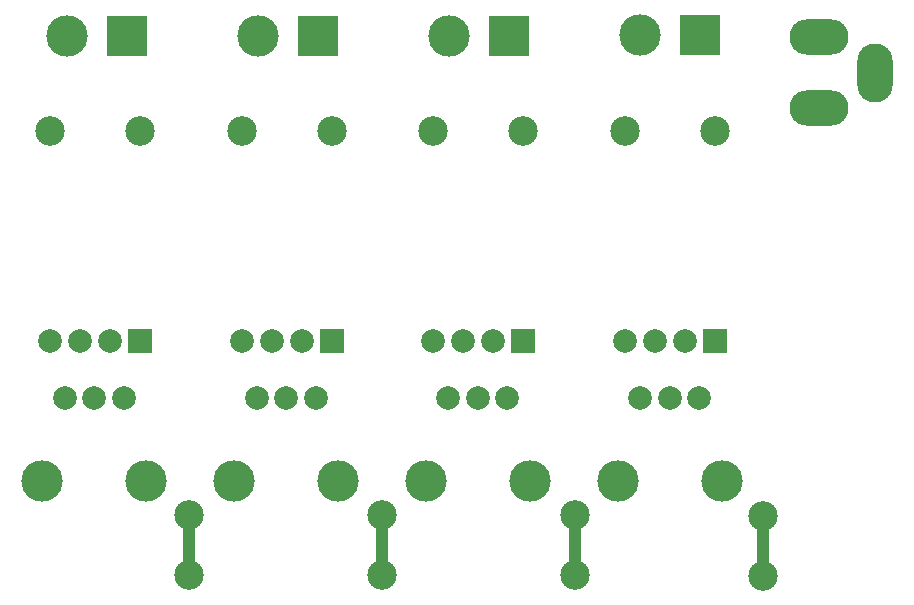
<source format=gbr>
%TF.GenerationSoftware,KiCad,Pcbnew,(5.1.4)-1*%
%TF.CreationDate,2022-10-13T23:08:16+01:00*%
%TF.ProjectId,LED_Quad,4c45445f-5175-4616-942e-6b696361645f,rev?*%
%TF.SameCoordinates,Original*%
%TF.FileFunction,Copper,L2,Bot*%
%TF.FilePolarity,Positive*%
%FSLAX46Y46*%
G04 Gerber Fmt 4.6, Leading zero omitted, Abs format (unit mm)*
G04 Created by KiCad (PCBNEW (5.1.4)-1) date 2022-10-13 23:08:16*
%MOMM*%
%LPD*%
G04 APERTURE LIST*
%ADD10C,3.500000*%
%ADD11C,2.000000*%
%ADD12R,3.500000X3.500000*%
%ADD13O,3.000000X5.000000*%
%ADD14O,5.000000X3.000000*%
%ADD15C,2.500000*%
%ADD16R,2.000000X2.000000*%
%ADD17C,1.000000*%
G04 APERTURE END LIST*
D10*
X81235000Y-65064400D03*
X72435000Y-65064400D03*
D11*
X79335000Y-58064400D03*
X76835000Y-58064400D03*
X74335000Y-58064400D03*
D10*
X123047760Y-27365960D03*
D12*
X128127760Y-27365960D03*
D10*
X106861186Y-27391360D03*
D12*
X111941186Y-27391360D03*
D10*
X90674613Y-27391360D03*
D12*
X95754613Y-27391360D03*
D10*
X74488040Y-27391360D03*
D12*
X79568040Y-27391360D03*
D13*
X142891240Y-30538160D03*
D14*
X138191240Y-27538160D03*
X138191240Y-33538160D03*
D15*
X121726880Y-35501880D03*
D11*
X121726880Y-53281880D03*
X124266880Y-53281880D03*
X126806880Y-53281880D03*
D16*
X129346880Y-53281880D03*
D15*
X129346880Y-35501880D03*
X105521680Y-35501880D03*
D11*
X105521680Y-53281880D03*
X108061680Y-53281880D03*
X110601680Y-53281880D03*
D16*
X113141680Y-53281880D03*
D15*
X113141680Y-35501880D03*
X89316480Y-35501880D03*
D11*
X89316480Y-53281880D03*
X91856480Y-53281880D03*
X94396480Y-53281880D03*
D16*
X96936480Y-53281880D03*
D15*
X96936480Y-35501880D03*
X73111280Y-35501880D03*
D11*
X73111280Y-53281880D03*
X75651280Y-53281880D03*
X78191280Y-53281880D03*
D16*
X80731280Y-53281880D03*
D15*
X80731280Y-35501880D03*
D10*
X113699586Y-65064400D03*
X104899586Y-65064400D03*
D11*
X111799586Y-58064400D03*
X109299586Y-58064400D03*
X106799586Y-58064400D03*
D10*
X97467293Y-65064400D03*
X88667293Y-65064400D03*
D11*
X95567293Y-58064400D03*
X93067293Y-58064400D03*
X90567293Y-58064400D03*
D10*
X129931880Y-65064400D03*
X121131880Y-65064400D03*
D11*
X128031880Y-58064400D03*
X125531880Y-58064400D03*
X123031880Y-58064400D03*
D15*
X84881720Y-73065640D03*
X84881720Y-67985640D03*
X101198680Y-73085960D03*
X101198680Y-68005960D03*
X117485160Y-73065640D03*
X117485160Y-67985640D03*
X133482080Y-73131680D03*
X133482080Y-68051680D03*
D17*
X84881720Y-69753406D02*
X84881720Y-73065640D01*
X84881720Y-67985640D02*
X84881720Y-69753406D01*
X101198680Y-68005960D02*
X101198680Y-73085960D01*
X117485160Y-67985640D02*
X117485160Y-73065640D01*
X133482080Y-69819446D02*
X133482080Y-73131680D01*
X133482080Y-68051680D02*
X133482080Y-69819446D01*
M02*

</source>
